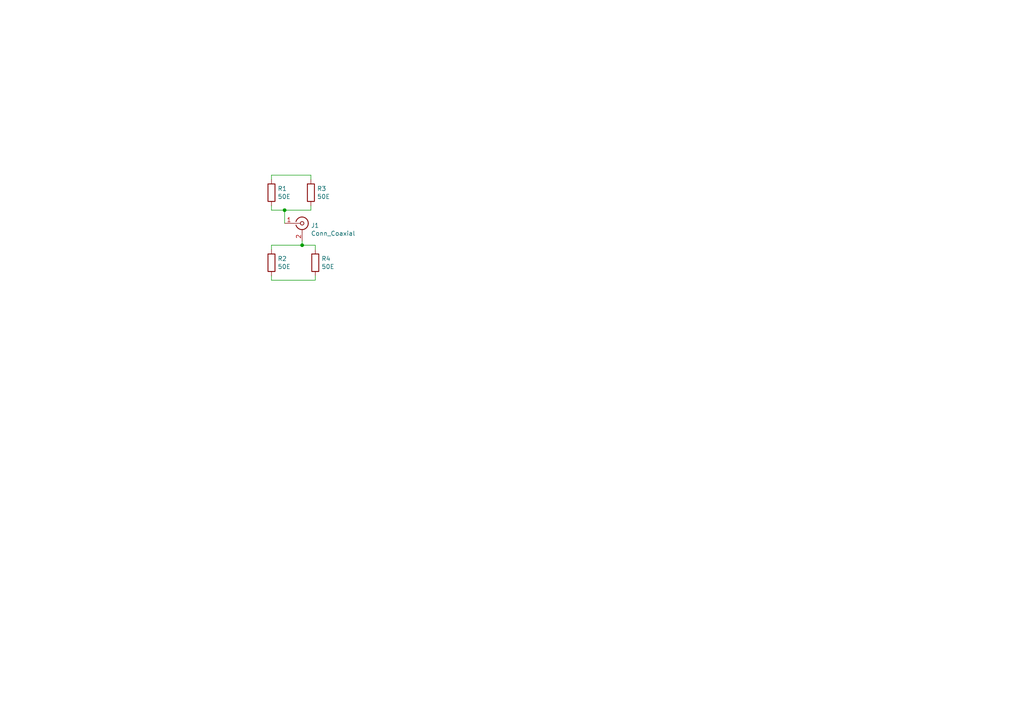
<source format=kicad_sch>
(kicad_sch (version 20211123) (generator eeschema)
  (paper "A4")
  (lib_symbols
    (symbol "Connector:Conn_Coaxial" (pin_names (offset 1.016) hide)
      (property "Reference" "J" (at 0.254 3.048 0))
      (property "Value" "Conn_Coaxial" (at 2.921 0 90))
      (symbol "Conn_Coaxial_0_1"
        (arc (start -1.778 -0.508) (mid 0.2311 -1.8066) (end 1.778 0) (stroke (width 0.254)))
        (polyline (pts (xy -2.54 0) (xy -0.508 0)))
        (polyline (pts (xy 0 -2.54) (xy 0 -1.778)))
        (circle (center 0 0) (radius 0.508) (stroke (width 0.2032)))
        (arc (start 1.778 0) (mid 0.2099 1.8101) (end -1.778 0.508) (stroke (width 0.254)))
      )
      (symbol "Conn_Coaxial_1_1"
        (pin passive line (at -5.08 0 0) (length 2.54) (name "In") (number "1"))
        (pin passive line (at 0 -5.08 90) (length 2.54) (name "Ext") (number "2"))
      )
    )
    (symbol "Device:R" (pin_numbers hide) (pin_names (offset 0))
      (property "Reference" "R" (at 2.032 0 90))
      (property "Value" "R" (at 0 0 90))
      (symbol "R_0_1"
        (rectangle (start -1.016 -2.54) (end 1.016 2.54) (stroke (width 0.254)))
      )
      (symbol "R_1_1"
        (pin passive line (at 0 3.81 270) (length 1.27) (name "~") (number "1"))
        (pin passive line (at 0 -3.81 90) (length 1.27) (name "~") (number "2"))
      )
    )
  )
  (junction (at 87.63 71.12))
  (junction (at 82.55 60.96))
  (wire (pts (xy 87.63 71.12) (xy 78.74 71.12)))
  (wire (pts (xy 82.55 60.96) (xy 90.17 60.96)))
  (wire (pts (xy 78.74 71.12) (xy 78.74 72.39)))
  (wire (pts (xy 82.55 64.77) (xy 82.55 60.96)))
  (wire (pts (xy 91.44 81.28) (xy 91.44 80.01)))
  (wire (pts (xy 90.17 50.8) (xy 78.74 50.8)))
  (wire (pts (xy 87.63 69.85) (xy 87.63 71.12)))
  (wire (pts (xy 78.74 60.96) (xy 82.55 60.96)))
  (wire (pts (xy 78.74 81.28) (xy 91.44 81.28)))
  (wire (pts (xy 91.44 72.39) (xy 91.44 71.12)))
  (wire (pts (xy 90.17 60.96) (xy 90.17 59.69)))
  (wire (pts (xy 91.44 71.12) (xy 87.63 71.12)))
  (wire (pts (xy 78.74 59.69) (xy 78.74 60.96)))
  (wire (pts (xy 90.17 52.07) (xy 90.17 50.8)))
  (wire (pts (xy 78.74 50.8) (xy 78.74 52.07)))
  (wire (pts (xy 78.74 80.01) (xy 78.74 81.28)))
  (symbol (lib_id "Device:R") (at 78.74 55.88 0) (unit 1)
    (property "Reference" "R1" (at 80.518 54.7116 0) (effects (justify left)))
    (property "Value" "50E" (at 80.518 57.023 0) (effects (justify left)))
    (property "Footprint" "Resistor_SMD:R_0603_1608Metric_Pad1.05x0.95mm_HandSolder" (effects hide))
  )
  (symbol (lib_id "Device:R") (at 90.17 55.88 0) (unit 1)
    (property "Reference" "R3" (at 91.948 54.7116 0) (effects (justify left)))
    (property "Value" "50E" (at 91.948 57.023 0) (effects (justify left)))
    (property "Footprint" "Resistor_SMD:R_0603_1608Metric_Pad1.05x0.95mm_HandSolder" (effects hide))
  )
  (symbol (lib_id "Device:R") (at 78.74 76.2 0) (unit 1)
    (property "Reference" "R2" (at 80.518 75.0316 0) (effects (justify left)))
    (property "Value" "50E" (at 80.518 77.343 0) (effects (justify left)))
    (property "Footprint" "Resistor_SMD:R_0603_1608Metric_Pad1.05x0.95mm_HandSolder" (effects hide))
  )
  (symbol (lib_id "Device:R") (at 91.44 76.2 0) (unit 1)
    (property "Reference" "R4" (at 93.218 75.0316 0) (effects (justify left)))
    (property "Value" "50E" (at 93.218 77.343 0) (effects (justify left)))
    (property "Footprint" "Resistor_SMD:R_0603_1608Metric_Pad1.05x0.95mm_HandSolder" (effects hide))
  )
  (symbol (lib_id "Connector:Conn_Coaxial") (at 87.63 64.77 0) (unit 1)
    (property "Reference" "J1" (at 90.17 65.405 0) (effects (justify left)))
    (property "Value" "Conn_Coaxial" (at 90.17 67.7164 0) (effects (justify left)))
    (property "Footprint" "Connector_Coaxial:SMA_Amphenol_901-144_Vertical" (effects hide))
    (property "Datasheet" " ~" (effects hide))
  )
)
</source>
